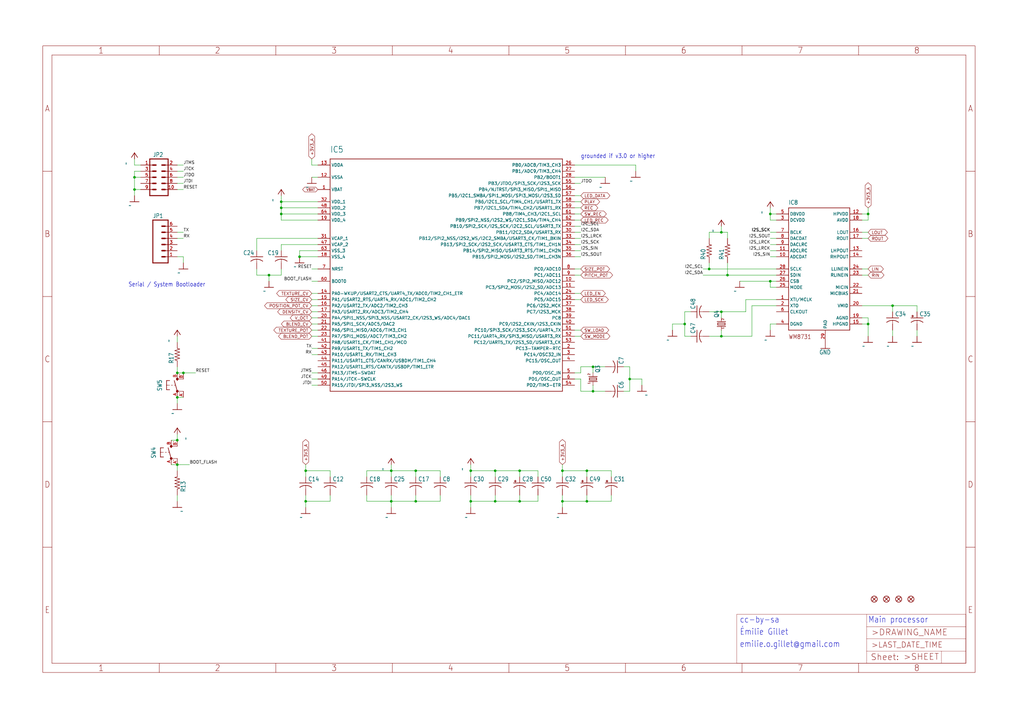
<source format=kicad_sch>
(kicad_sch (version 20211123) (generator eeschema)
  (paper "User" 425.45 299.161)
  (lib_symbols
    (symbol "clouds-eagle-import:+3V3" (power)
      (property "Value" "+3V3" (at -2.54 -5.08 90))
      (symbol "+3V3_1_0"
        (pin power_in line (at 0 -2.54 90) (length 2.54) (name "+3V3") (number "1"))
      )
    )
    (symbol "clouds-eagle-import:A3L-LOC"
      (symbol "A3L-LOC_1_0"
        (text "1" (at 24.2094 1.905 0) (effects (font (size 2.54 2.286))))
        (text "1" (at 24.2094 258.445 0) (effects (font (size 2.54 2.286))))
        (text "2" (at 72.6281 1.905 0) (effects (font (size 2.54 2.286))))
        (text "2" (at 72.6281 258.445 0) (effects (font (size 2.54 2.286))))
        (text "3" (at 121.0469 1.905 0) (effects (font (size 2.54 2.286))))
        (text "3" (at 121.0469 258.445 0) (effects (font (size 2.54 2.286))))
        (text "4" (at 169.4656 1.905 0) (effects (font (size 2.54 2.286))))
        (text "4" (at 169.4656 258.445 0) (effects (font (size 2.54 2.286))))
        (text "5" (at 217.8844 1.905 0) (effects (font (size 2.54 2.286))))
        (text "5" (at 217.8844 258.445 0) (effects (font (size 2.54 2.286))))
        (text "6" (at 266.3031 1.905 0) (effects (font (size 2.54 2.286))))
        (text "6" (at 266.3031 258.445 0) (effects (font (size 2.54 2.286))))
        (text "7" (at 314.7219 1.905 0) (effects (font (size 2.54 2.286))))
        (text "7" (at 314.7219 258.445 0) (effects (font (size 2.54 2.286))))
        (text "8" (at 363.1406 1.905 0) (effects (font (size 2.54 2.286))))
        (text "8" (at 363.1406 258.445 0) (effects (font (size 2.54 2.286))))
        (text ">DRAWING_NAME" (at 344.17 15.24 0) (effects (font (size 2.54 2.54)) (justify left bottom)))
        (text ">LAST_DATE_TIME" (at 344.17 10.16 0) (effects (font (size 2.286 2.286)) (justify left bottom)))
        (text ">SHEET" (at 357.505 5.08 0) (effects (font (size 2.54 2.54)) (justify left bottom)))
        (text "A" (at 1.905 234.315 0) (effects (font (size 2.54 2.286))))
        (text "A" (at 385.445 234.315 0) (effects (font (size 2.54 2.286))))
        (text "B" (at 1.905 182.245 0) (effects (font (size 2.54 2.286))))
        (text "B" (at 385.445 182.245 0) (effects (font (size 2.54 2.286))))
        (text "C" (at 1.905 130.175 0) (effects (font (size 2.54 2.286))))
        (text "C" (at 385.445 130.175 0) (effects (font (size 2.54 2.286))))
        (text "D" (at 1.905 78.105 0) (effects (font (size 2.54 2.286))))
        (text "D" (at 385.445 78.105 0) (effects (font (size 2.54 2.286))))
        (text "E" (at 1.905 26.035 0) (effects (font (size 2.54 2.286))))
        (text "E" (at 385.445 26.035 0) (effects (font (size 2.54 2.286))))
        (text "Sheet:" (at 343.916 4.953 0) (effects (font (size 2.54 2.54)) (justify left bottom)))
      )
    )
    (symbol "clouds-eagle-import:C-USC0603"
      (property "Reference" "C" (at 1.016 0.635 0))
      (property "Value" "C-USC0603" (at 1.016 -4.191 0))
      (symbol "C-USC0603_1_0"
        (pin passive line (at 0 2.54 270) (length 2.54) (name "1") (number "1"))
        (pin passive line (at 0 -5.08 90) (length 2.54) (name "2") (number "2"))
      )
    )
    (symbol "clouds-eagle-import:C-USC0805"
      (property "Reference" "C" (at 1.016 0.635 0))
      (property "Value" "C-USC0805" (at 1.016 -4.191 0))
      (symbol "C-USC0805_1_0"
        (pin passive line (at 0 2.54 270) (length 2.54) (name "1") (number "1"))
        (pin passive line (at 0 -5.08 90) (length 2.54) (name "2") (number "2"))
      )
    )
    (symbol "clouds-eagle-import:CPOL-USA"
      (property "Reference" "C" (at 1.016 0.635 0))
      (property "Value" "CPOL-USA" (at 1.016 -4.191 0))
      (symbol "CPOL-USA_1_0"
        (pin passive line (at 0 2.54 270) (length 2.54) (name "+") (number "+"))
        (pin passive line (at 0 -5.08 90) (length 2.54) (name "-") (number "-"))
      )
    )
    (symbol "clouds-eagle-import:CPOL-USB"
      (property "Reference" "C" (at 1.016 0.635 0))
      (property "Value" "CPOL-USB" (at 1.016 -4.191 0))
      (symbol "CPOL-USB_1_0"
        (pin passive line (at 0 2.54 270) (length 2.54) (name "+") (number "+"))
        (pin passive line (at 0 -5.08 90) (length 2.54) (name "-") (number "-"))
      )
    )
    (symbol "clouds-eagle-import:CRYSTALHC49UP"
      (property "Reference" "Q" (at 2.54 1.016 0))
      (property "Value" "CRYSTALHC49UP" (at 2.54 -2.54 0))
      (symbol "CRYSTALHC49UP_1_0"
        (text "1" (at -2.159 -1.143 0) (effects (font (size 0.8636 0.734)) (justify left bottom)))
        (text "2" (at 1.524 -1.143 0) (effects (font (size 0.8636 0.734)) (justify left bottom)))
        (pin passive line (at -2.54 0 0) (length 0) (name "1") (number "1"))
        (pin passive line (at 2.54 0 180) (length 0) (name "2") (number "2"))
      )
    )
    (symbol "clouds-eagle-import:EVQQ2"
      (property "Value" "EVQQ2" (at -3.81 3.175 90))
      (symbol "EVQQ2_1_0"
        (pin passive line (at 0 -5.08 90) (length 2.54) (name "P") (number "A"))
        (pin passive line (at 2.54 -5.08 90) (length 2.54) (name "P1") (number "A'"))
        (pin passive line (at 0 5.08 270) (length 2.54) (name "S") (number "B"))
        (pin passive line (at 2.54 5.08 270) (length 2.54) (name "S1") (number "B'"))
      )
    )
    (symbol "clouds-eagle-import:FIDUCIAL1X2")
    (symbol "clouds-eagle-import:GND" (power)
      (property "Value" "GND" (at -2.54 -2.54 0))
      (symbol "GND_1_0"
        (pin power_in line (at 0 2.54 270) (length 2.54) (name "GND") (number "1"))
      )
    )
    (symbol "clouds-eagle-import:M05X2MINIJTAG"
      (property "Reference" "JP" (at -2.54 8.382 0))
      (property "Value" "M05X2MINIJTAG" (at -2.54 -10.16 0))
      (symbol "M05X2MINIJTAG_1_0"
        (pin passive line (at -7.62 5.08 0) (length 5.08) (name "1") (number "1"))
        (pin passive line (at 7.62 -5.08 180) (length 5.08) (name "10") (number "10"))
        (pin passive line (at 7.62 5.08 180) (length 5.08) (name "2") (number "2"))
        (pin passive line (at -7.62 2.54 0) (length 5.08) (name "3") (number "3"))
        (pin passive line (at 7.62 2.54 180) (length 5.08) (name "4") (number "4"))
        (pin passive line (at -7.62 0 0) (length 5.08) (name "5") (number "5"))
        (pin passive line (at 7.62 0 180) (length 5.08) (name "6") (number "6"))
        (pin passive line (at -7.62 -2.54 0) (length 5.08) (name "7") (number "7"))
        (pin passive line (at 7.62 -2.54 180) (length 5.08) (name "8") (number "8"))
        (pin passive line (at -7.62 -5.08 0) (length 5.08) (name "9") (number "9"))
      )
    )
    (symbol "clouds-eagle-import:M06SIP"
      (property "Reference" "JP" (at -5.08 10.922 0))
      (property "Value" "M06SIP" (at -5.08 -10.16 0))
      (symbol "M06SIP_1_0"
        (pin passive line (at 5.08 -5.08 180) (length 5.08) (name "1") (number "1"))
        (pin passive line (at 5.08 -2.54 180) (length 5.08) (name "2") (number "2"))
        (pin passive line (at 5.08 0 180) (length 5.08) (name "3") (number "3"))
        (pin passive line (at 5.08 2.54 180) (length 5.08) (name "4") (number "4"))
        (pin passive line (at 5.08 5.08 180) (length 5.08) (name "5") (number "5"))
        (pin passive line (at 5.08 7.62 180) (length 5.08) (name "6") (number "6"))
      )
    )
    (symbol "clouds-eagle-import:R-US_R0603"
      (property "Reference" "R" (at -3.81 1.4986 0))
      (property "Value" "R-US_R0603" (at -3.81 -3.302 0))
      (symbol "R-US_R0603_1_0"
        (pin passive line (at -5.08 0 0) (length 2.54) (name "1") (number "1"))
        (pin passive line (at 5.08 0 180) (length 2.54) (name "2") (number "2"))
      )
    )
    (symbol "clouds-eagle-import:STM32F20X"
      (property "Reference" "UC" (at -48.26 50.8 0))
      (property "Value" "STM32F20X" (at -48.26 -53.34 0))
      (symbol "STM32F20X_1_0"
        (pin power_in line (at -53.34 35.56 0) (length 5.08) (name "VBAT") (number "1"))
        (pin bidirectional line (at 53.34 -2.54 180) (length 5.08) (name "PC2/SPI2_MISO/ADC12") (number "10"))
        (pin bidirectional line (at 53.34 -5.08 180) (length 5.08) (name "PC3/SPI2_MOSI/I2S2_SD/ADC13") (number "11"))
        (pin power_in line (at -53.34 40.64 0) (length 5.08) (name "VSSA") (number "12"))
        (pin power_in line (at -53.34 45.72 0) (length 5.08) (name "VDDA") (number "13"))
        (pin bidirectional line (at -53.34 -7.62 0) (length 5.08) (name "PA0-WKUP/USART2_CTS/UART4_TX/ADC0/TIM2_CH1_ETR") (number "14"))
        (pin bidirectional line (at -53.34 -10.16 0) (length 5.08) (name "PA1/USART2_RTS/UART4_RX/ADC1/TIM2_CH2") (number "15"))
        (pin bidirectional line (at -53.34 -12.7 0) (length 5.08) (name "PA2/USART2_TX/ADC2/TIM2_CH3") (number "16"))
        (pin bidirectional line (at -53.34 -15.24 0) (length 5.08) (name "PA3/USART2_RX/ADC3/TIM2_CH4") (number "17"))
        (pin power_in line (at -53.34 7.62 0) (length 5.08) (name "VSS_4") (number "18"))
        (pin power_in line (at -53.34 22.86 0) (length 5.08) (name "VDD_4") (number "19"))
        (pin bidirectional line (at 53.34 -30.48 180) (length 5.08) (name "PC13-TAMPER-RTC") (number "2"))
        (pin bidirectional line (at -53.34 -17.78 0) (length 5.08) (name "PA4/SPI1_NSS/SPI3_NSS/USART2_CK/I2S3_WS/ADC4/DAC1") (number "20"))
        (pin bidirectional line (at -53.34 -20.32 0) (length 5.08) (name "PA5/SPI1_SCK/ADC5/DAC2") (number "21"))
        (pin bidirectional line (at -53.34 -22.86 0) (length 5.08) (name "PA6/SPI1_MISO/ADC6/TIM3_CH1") (number "22"))
        (pin bidirectional line (at -53.34 -25.4 0) (length 5.08) (name "PA7/SPI1_MOSI/ADC7/TIM3_CH2") (number "23"))
        (pin bidirectional line (at 53.34 -7.62 180) (length 5.08) (name "PC4/ADC14") (number "24"))
        (pin bidirectional line (at 53.34 -10.16 180) (length 5.08) (name "PC5/ADC15") (number "25"))
        (pin bidirectional line (at 53.34 45.72 180) (length 5.08) (name "PB0/ADC8/TIM3_CH3") (number "26"))
        (pin bidirectional line (at 53.34 43.18 180) (length 5.08) (name "PB1/ADC9/TIM3_CH4") (number "27"))
        (pin bidirectional line (at 53.34 40.64 180) (length 5.08) (name "PB2/BOOT1") (number "28"))
        (pin bidirectional line (at 53.34 20.32 180) (length 5.08) (name "PB10/SPI2_SCK/I2S_SCK/I2C2_SCL/USART3_TX") (number "29"))
        (pin bidirectional line (at 53.34 -33.02 180) (length 5.08) (name "PC14/OSC32_IN") (number "3"))
        (pin bidirectional line (at 53.34 17.78 180) (length 5.08) (name "PB11/I2C2_SDA/USART3_RX") (number "30"))
        (pin power_in line (at -53.34 15.24 0) (length 5.08) (name "VCAP_1") (number "31"))
        (pin power_in line (at -53.34 30.48 0) (length 5.08) (name "VDD_1") (number "32"))
        (pin bidirectional line (at 53.34 15.24 180) (length 5.08) (name "PB12/SPI2_NSS/I2S2_WS/I2C2_SMBA/USART3_CK/TIM1_BKIN") (number "33"))
        (pin bidirectional line (at 53.34 12.7 180) (length 5.08) (name "PB13/SPI2_SCK/I2S2_SCK/USART3_CTS/TIM1_CH1N") (number "34"))
        (pin bidirectional line (at 53.34 10.16 180) (length 5.08) (name "PB14/SPI2_MISO/USART3_RTS/TIM1_CH2N") (number "35"))
        (pin bidirectional line (at 53.34 7.62 180) (length 5.08) (name "PB15/SPI2_MOSI/I2S2_SD/TIM1_CH3N") (number "36"))
        (pin bidirectional line (at 53.34 -12.7 180) (length 5.08) (name "PC6/I2S2_MCK") (number "37"))
        (pin bidirectional line (at 53.34 -15.24 180) (length 5.08) (name "PC7/I2S3_MCK") (number "38"))
        (pin bidirectional line (at 53.34 -17.78 180) (length 5.08) (name "PC8") (number "39"))
        (pin bidirectional line (at 53.34 -35.56 180) (length 5.08) (name "PC15/OSC_OUT") (number "4"))
        (pin bidirectional line (at 53.34 -20.32 180) (length 5.08) (name "PC9/I2S2_CKIN/I2S3_CKIN") (number "40"))
        (pin bidirectional line (at -53.34 -27.94 0) (length 5.08) (name "PA8/USART1_CK/TIM1_CH1/MCO") (number "41"))
        (pin bidirectional line (at -53.34 -30.48 0) (length 5.08) (name "PA9/USART1_TX/TIM1_CH2") (number "42"))
        (pin bidirectional line (at -53.34 -33.02 0) (length 5.08) (name "PA10/USART1_RX/TIM1_CH3") (number "43"))
        (pin bidirectional line (at -53.34 -35.56 0) (length 5.08) (name "PA11/USART1_CTS/CANRX/USBDM/TIM1_CH4") (number "44"))
        (pin bidirectional line (at -53.34 -38.1 0) (length 5.08) (name "PA12/USART1_RTS/CANTX/USBDP/TIM1_ETR") (number "45"))
        (pin bidirectional line (at -53.34 -40.64 0) (length 5.08) (name "PA13/JTMS-SWDAT") (number "46"))
        (pin power_in line (at -53.34 12.7 0) (length 5.08) (name "VCAP_2") (number "47"))
        (pin power_in line (at -53.34 27.94 0) (length 5.08) (name "VDD_2") (number "48"))
        (pin bidirectional line (at -53.34 -43.18 0) (length 5.08) (name "PA14/JTCK-SWCLK") (number "49"))
        (pin bidirectional line (at 53.34 -40.64 180) (length 5.08) (name "PD0/OSC_IN") (number "5"))
        (pin bidirectional line (at -53.34 -45.72 0) (length 5.08) (name "PA15/JTDI/SPI3_NSS/I2S3_WS") (number "50"))
        (pin bidirectional line (at 53.34 -22.86 180) (length 5.08) (name "PC10/SPI3_SCK/I2S3_SCK/UART4_TX") (number "51"))
        (pin bidirectional line (at 53.34 -25.4 180) (length 5.08) (name "PC11/UART4_RX/SPI3_MISO/USART3_RX") (number "52"))
        (pin bidirectional line (at 53.34 -27.94 180) (length 5.08) (name "PC12/UART5_TX/I2S3_SD/USART3_CK") (number "53"))
        (pin bidirectional line (at 53.34 -45.72 180) (length 5.08) (name "PD2/TIM3-ETR") (number "54"))
        (pin bidirectional line (at 53.34 38.1 180) (length 5.08) (name "PB3/JTDO/SPI3_SCK/I2S3_SCK") (number "55"))
        (pin bidirectional line (at 53.34 35.56 180) (length 5.08) (name "PB4/NJTRST/SPI3_MISO/SPI1_MISO") (number "56"))
        (pin bidirectional line (at 53.34 33.02 180) (length 5.08) (name "PB5/I2C1_SMBA/SPI1_MOSI/SPI3_MOSI/I2S3_SD") (number "57"))
        (pin bidirectional line (at 53.34 30.48 180) (length 5.08) (name "PB6/I2C1_SCL/TIM4_CH1/USART1_TX") (number "58"))
        (pin bidirectional line (at 53.34 27.94 180) (length 5.08) (name "PB7/I2C1_SDA/TIM4_CH2/USART1_RX") (number "59"))
        (pin bidirectional line (at 53.34 -43.18 180) (length 5.08) (name "PD1/OSC_OUT") (number "6"))
        (pin bidirectional line (at -53.34 -2.54 0) (length 5.08) (name "BOOT0") (number "60"))
        (pin bidirectional line (at 53.34 25.4 180) (length 5.08) (name "PB8/TIM4_CH3/I2C1_SCL") (number "61"))
        (pin bidirectional line (at 53.34 22.86 180) (length 5.08) (name "PB9/SPI2_NSS/I2S2_WS/I2C1_SDA/TIM4_CH4") (number "62"))
        (pin power_in line (at -53.34 10.16 0) (length 5.08) (name "VSS_3") (number "63"))
        (pin power_in line (at -53.34 25.4 0) (length 5.08) (name "VDD_3") (number "64"))
        (pin bidirectional line (at -53.34 2.54 0) (length 5.08) (name "NRST") (number "7"))
        (pin bidirectional line (at 53.34 2.54 180) (length 5.08) (name "PC0/ADC10") (number "8"))
        (pin bidirectional line (at 53.34 0 180) (length 5.08) (name "PC1/ADC11") (number "9"))
      )
    )
    (symbol "clouds-eagle-import:WM8731"
      (property "Reference" "IC8" (at -12.7 26.67 0))
      (symbol "WM8731_1_0"
        (text "WM8731" (at -12.7 -29.21 0) (effects (font (size 1.778 1.5113)) (justify left bottom)))
        (pin bidirectional line (at -17.78 -12.7 0) (length 5.08) (name "XTI/MCLK") (number "1"))
        (pin bidirectional line (at -17.78 5.08 0) (length 5.08) (name "ADCDAT") (number "10"))
        (pin bidirectional line (at -17.78 7.62 0) (length 5.08) (name "ADCLRC") (number "11"))
        (pin bidirectional line (at 17.78 22.86 180) (length 5.08) (name "HPVDD") (number "12"))
        (pin bidirectional line (at 17.78 7.62 180) (length 5.08) (name "LHPOUT") (number "13"))
        (pin bidirectional line (at 17.78 5.08 180) (length 5.08) (name "RHPOUT") (number "14"))
        (pin bidirectional line (at 17.78 -22.86 180) (length 5.08) (name "HPGND") (number "15"))
        (pin bidirectional line (at 17.78 15.24 180) (length 5.08) (name "LOUT") (number "16"))
        (pin bidirectional line (at 17.78 12.7 180) (length 5.08) (name "ROUT") (number "17"))
        (pin bidirectional line (at 17.78 20.32 180) (length 5.08) (name "AVDD") (number "18"))
        (pin bidirectional line (at 17.78 -20.32 180) (length 5.08) (name "AGND") (number "19"))
        (pin bidirectional line (at -17.78 -15.24 0) (length 5.08) (name "XTO") (number "2"))
        (pin bidirectional line (at 17.78 -15.24 180) (length 5.08) (name "VMID") (number "20"))
        (pin bidirectional line (at 17.78 -10.16 180) (length 5.08) (name "MICBIAS") (number "21"))
        (pin bidirectional line (at 17.78 -7.62 180) (length 5.08) (name "MICIN") (number "22"))
        (pin bidirectional line (at 17.78 -2.54 180) (length 5.08) (name "RLINEIN") (number "23"))
        (pin bidirectional line (at 17.78 0 180) (length 5.08) (name "LLINEIN") (number "24"))
        (pin bidirectional line (at -17.78 -7.62 0) (length 5.08) (name "MODE") (number "25"))
        (pin bidirectional line (at -17.78 -5.08 0) (length 5.08) (name "CSB") (number "26"))
        (pin bidirectional line (at -17.78 -2.54 0) (length 5.08) (name "SDIN") (number "27"))
        (pin bidirectional line (at -17.78 0 0) (length 5.08) (name "SCLK") (number "28"))
        (pin bidirectional line (at 2.54 -30.48 90) (length 5.08) (name "PAD") (number "29"))
        (pin bidirectional line (at -17.78 20.32 0) (length 5.08) (name "DCVDD") (number "3"))
        (pin bidirectional line (at -17.78 -22.86 0) (length 5.08) (name "DGND") (number "4"))
        (pin bidirectional line (at -17.78 22.86 0) (length 5.08) (name "DBVDD") (number "5"))
        (pin bidirectional line (at -17.78 -17.78 0) (length 5.08) (name "CLKOUT") (number "6"))
        (pin bidirectional line (at -17.78 15.24 0) (length 5.08) (name "BCLK") (number "7"))
        (pin bidirectional line (at -17.78 12.7 0) (length 5.08) (name "DACDAT") (number "8"))
        (pin bidirectional line (at -17.78 10.16 0) (length 5.08) (name "DACLRC") (number "9"))
      )
    )
  )
  (junction (at 76.2 154.94))
  (junction (at 55.88 73.66))
  (junction (at 73.66 154.94))
  (junction (at 172.72 195.58))
  (junction (at 195.58 195.58))
  (junction (at 205.74 195.58))
  (junction (at 116.84 88.9))
  (junction (at 320.04 116.84))
  (junction (at 127 195.58))
  (junction (at 261.62 157.48))
  (junction (at 233.68 195.58))
  (junction (at 205.74 208.28))
  (junction (at 215.9 208.28))
  (junction (at 299.72 139.7))
  (junction (at 116.84 83.82))
  (junction (at 360.68 134.62))
  (junction (at 195.58 208.28))
  (junction (at 127 208.28))
  (junction (at 370.84 127))
  (junction (at 162.56 195.58))
  (junction (at 320.04 88.9))
  (junction (at 116.84 86.36))
  (junction (at 215.9 195.58))
  (junction (at 172.72 208.28))
  (junction (at 246.38 152.4))
  (junction (at 73.66 182.88))
  (junction (at 243.84 195.58))
  (junction (at 111.76 114.3))
  (junction (at 73.66 193.04))
  (junction (at 162.56 208.28))
  (junction (at 55.88 78.74))
  (junction (at 243.84 208.28))
  (junction (at 73.66 165.1))
  (junction (at 246.38 162.56))
  (junction (at 294.64 111.76))
  (junction (at 299.72 96.52))
  (junction (at 124.46 106.68))
  (junction (at 360.68 88.9))
  (junction (at 233.68 208.28))
  (junction (at 284.48 134.62))
  (junction (at 302.26 114.3))
  (junction (at 299.72 129.54))
  (wire (pts (xy 73.66 71.12) (xy 76.2 71.12)))
  (wire (pts (xy 205.74 198.12) (xy 205.74 195.58)))
  (wire (pts (xy 132.08 157.48) (xy 129.54 157.48)))
  (wire (pts (xy 132.08 73.66) (xy 129.54 73.66)))
  (wire (pts (xy 238.76 154.94) (xy 241.3 154.94)))
  (wire (pts (xy 358.14 132.08) (xy 360.68 132.08)))
  (wire (pts (xy 241.3 157.48) (xy 238.76 157.48)))
  (wire (pts (xy 106.68 104.14) (xy 106.68 99.06)))
  (wire (pts (xy 322.58 88.9) (xy 320.04 88.9)))
  (wire (pts (xy 172.72 195.58) (xy 182.88 195.58)))
  (wire (pts (xy 358.14 96.52) (xy 360.68 96.52)))
  (wire (pts (xy 73.66 99.06) (xy 76.2 99.06)))
  (wire (pts (xy 360.68 132.08) (xy 360.68 134.62)))
  (wire (pts (xy 238.76 93.98) (xy 241.3 93.98)))
  (wire (pts (xy 137.16 208.28) (xy 137.16 205.74)))
  (wire (pts (xy 73.66 195.58) (xy 73.66 193.04)))
  (wire (pts (xy 162.56 210.82) (xy 162.56 208.28)))
  (wire (pts (xy 294.64 111.76) (xy 322.58 111.76)))
  (wire (pts (xy 73.66 165.1) (xy 76.2 165.1)))
  (wire (pts (xy 132.08 106.68) (xy 124.46 106.68)))
  (wire (pts (xy 243.84 195.58) (xy 243.84 198.12)))
  (wire (pts (xy 360.68 88.9) (xy 360.68 86.36)))
  (wire (pts (xy 73.66 165.1) (xy 73.66 167.64)))
  (wire (pts (xy 233.68 195.58) (xy 233.68 193.04)))
  (wire (pts (xy 116.84 83.82) (xy 116.84 81.28)))
  (wire (pts (xy 254 195.58) (xy 254 198.12)))
  (wire (pts (xy 132.08 134.62) (xy 129.54 134.62)))
  (wire (pts (xy 215.9 195.58) (xy 223.52 195.58)))
  (wire (pts (xy 358.14 99.06) (xy 360.68 99.06)))
  (wire (pts (xy 182.88 195.58) (xy 182.88 198.12)))
  (wire (pts (xy 71.12 193.04) (xy 73.66 193.04)))
  (wire (pts (xy 320.04 116.84) (xy 307.34 116.84)))
  (wire (pts (xy 132.08 127) (xy 129.54 127)))
  (wire (pts (xy 299.72 96.52) (xy 294.64 96.52)))
  (wire (pts (xy 322.58 91.44) (xy 320.04 91.44)))
  (wire (pts (xy 152.4 195.58) (xy 162.56 195.58)))
  (wire (pts (xy 116.84 104.14) (xy 116.84 101.6)))
  (wire (pts (xy 261.62 162.56) (xy 259.08 162.56)))
  (wire (pts (xy 284.48 134.62) (xy 284.48 139.7)))
  (wire (pts (xy 132.08 124.46) (xy 129.54 124.46)))
  (wire (pts (xy 132.08 68.58) (xy 129.54 68.58)))
  (wire (pts (xy 132.08 160.02) (xy 129.54 160.02)))
  (wire (pts (xy 238.76 73.66) (xy 251.46 73.66)))
  (wire (pts (xy 129.54 68.58) (xy 129.54 66.04)))
  (wire (pts (xy 233.68 208.28) (xy 243.84 208.28)))
  (wire (pts (xy 360.68 134.62) (xy 360.68 139.7)))
  (wire (pts (xy 127 208.28) (xy 137.16 208.28)))
  (wire (pts (xy 55.88 78.74) (xy 55.88 81.28)))
  (wire (pts (xy 223.52 195.58) (xy 223.52 198.12)))
  (wire (pts (xy 309.88 124.46) (xy 322.58 124.46)))
  (wire (pts (xy 294.64 129.54) (xy 299.72 129.54)))
  (wire (pts (xy 127 205.74) (xy 127 208.28)))
  (wire (pts (xy 370.84 137.16) (xy 370.84 139.7)))
  (wire (pts (xy 381 127) (xy 381 129.54)))
  (wire (pts (xy 322.58 134.62) (xy 320.04 134.62)))
  (wire (pts (xy 241.3 154.94) (xy 241.3 152.4)))
  (wire (pts (xy 381 137.16) (xy 381 139.7)))
  (wire (pts (xy 182.88 208.28) (xy 182.88 205.74)))
  (wire (pts (xy 73.66 152.4) (xy 73.66 154.94)))
  (wire (pts (xy 116.84 86.36) (xy 132.08 86.36)))
  (wire (pts (xy 172.72 195.58) (xy 172.72 198.12)))
  (wire (pts (xy 73.66 205.74) (xy 73.66 208.28)))
  (wire (pts (xy 172.72 208.28) (xy 182.88 208.28)))
  (wire (pts (xy 76.2 106.68) (xy 76.2 109.22)))
  (wire (pts (xy 259.08 152.4) (xy 261.62 152.4)))
  (wire (pts (xy 238.76 96.52) (xy 241.3 96.52)))
  (wire (pts (xy 302.26 96.52) (xy 299.72 96.52)))
  (wire (pts (xy 116.84 86.36) (xy 116.84 88.9)))
  (wire (pts (xy 287.02 129.54) (xy 284.48 129.54)))
  (wire (pts (xy 309.88 129.54) (xy 309.88 124.46)))
  (wire (pts (xy 127 193.04) (xy 127 195.58)))
  (wire (pts (xy 243.84 195.58) (xy 254 195.58)))
  (wire (pts (xy 73.66 139.7) (xy 73.66 142.24)))
  (wire (pts (xy 132.08 132.08) (xy 129.54 132.08)))
  (wire (pts (xy 195.58 208.28) (xy 205.74 208.28)))
  (wire (pts (xy 322.58 116.84) (xy 320.04 116.84)))
  (wire (pts (xy 116.84 111.76) (xy 116.84 114.3)))
  (wire (pts (xy 284.48 129.54) (xy 284.48 134.62)))
  (wire (pts (xy 322.58 114.3) (xy 302.26 114.3)))
  (wire (pts (xy 238.76 124.46) (xy 241.3 124.46)))
  (wire (pts (xy 302.26 99.06) (xy 302.26 96.52)))
  (wire (pts (xy 132.08 154.94) (xy 129.54 154.94)))
  (wire (pts (xy 132.08 144.78) (xy 129.54 144.78)))
  (wire (pts (xy 106.68 114.3) (xy 111.76 114.3)))
  (wire (pts (xy 205.74 208.28) (xy 205.74 205.74)))
  (wire (pts (xy 152.4 208.28) (xy 162.56 208.28)))
  (wire (pts (xy 358.14 111.76) (xy 360.68 111.76)))
  (wire (pts (xy 238.76 114.3) (xy 241.3 114.3)))
  (wire (pts (xy 243.84 208.28) (xy 243.84 205.74)))
  (wire (pts (xy 320.04 88.9) (xy 320.04 86.36)))
  (wire (pts (xy 195.58 195.58) (xy 195.58 198.12)))
  (wire (pts (xy 233.68 195.58) (xy 243.84 195.58)))
  (wire (pts (xy 58.42 71.12) (xy 55.88 71.12)))
  (wire (pts (xy 312.42 139.7) (xy 312.42 127)))
  (wire (pts (xy 320.04 99.06) (xy 322.58 99.06)))
  (wire (pts (xy 254 208.28) (xy 254 205.74)))
  (wire (pts (xy 116.84 83.82) (xy 116.84 86.36)))
  (wire (pts (xy 238.76 101.6) (xy 241.3 101.6)))
  (wire (pts (xy 312.42 127) (xy 322.58 127)))
  (wire (pts (xy 238.76 81.28) (xy 241.3 81.28)))
  (wire (pts (xy 233.68 198.12) (xy 233.68 195.58)))
  (wire (pts (xy 111.76 116.84) (xy 111.76 114.3)))
  (wire (pts (xy 73.66 68.58) (xy 76.2 68.58)))
  (wire (pts (xy 132.08 83.82) (xy 116.84 83.82)))
  (wire (pts (xy 132.08 137.16) (xy 129.54 137.16)))
  (wire (pts (xy 284.48 139.7) (xy 287.02 139.7)))
  (wire (pts (xy 71.12 182.88) (xy 73.66 182.88)))
  (wire (pts (xy 241.3 162.56) (xy 241.3 157.48)))
  (wire (pts (xy 320.04 116.84) (xy 320.04 119.38)))
  (wire (pts (xy 205.74 195.58) (xy 215.9 195.58)))
  (wire (pts (xy 320.04 134.62) (xy 320.04 137.16)))
  (wire (pts (xy 55.88 68.58) (xy 55.88 66.04)))
  (wire (pts (xy 152.4 205.74) (xy 152.4 208.28)))
  (wire (pts (xy 243.84 208.28) (xy 254 208.28)))
  (wire (pts (xy 238.76 86.36) (xy 241.3 86.36)))
  (wire (pts (xy 124.46 104.14) (xy 124.46 106.68)))
  (wire (pts (xy 132.08 139.7) (xy 129.54 139.7)))
  (wire (pts (xy 233.68 208.28) (xy 233.68 210.82)))
  (wire (pts (xy 320.04 101.6) (xy 322.58 101.6)))
  (wire (pts (xy 58.42 68.58) (xy 55.88 68.58)))
  (wire (pts (xy 205.74 208.28) (xy 215.9 208.28)))
  (wire (pts (xy 238.76 137.16) (xy 241.3 137.16)))
  (wire (pts (xy 320.04 104.14) (xy 322.58 104.14)))
  (wire (pts (xy 294.64 109.22) (xy 294.64 111.76)))
  (wire (pts (xy 172.72 208.28) (xy 172.72 205.74)))
  (wire (pts (xy 195.58 195.58) (xy 205.74 195.58)))
  (wire (pts (xy 238.76 88.9) (xy 241.3 88.9)))
  (wire (pts (xy 162.56 195.58) (xy 162.56 193.04)))
  (wire (pts (xy 279.4 134.62) (xy 279.4 137.16)))
  (wire (pts (xy 73.66 154.94) (xy 76.2 154.94)))
  (wire (pts (xy 251.46 162.56) (xy 246.38 162.56)))
  (wire (pts (xy 299.72 96.52) (xy 299.72 93.98)))
  (wire (pts (xy 261.62 157.48) (xy 266.7 157.48)))
  (wire (pts (xy 284.48 134.62) (xy 279.4 134.62)))
  (wire (pts (xy 73.66 78.74) (xy 76.2 78.74)))
  (wire (pts (xy 215.9 195.58) (xy 215.9 198.12)))
  (wire (pts (xy 370.84 127) (xy 370.84 129.54)))
  (wire (pts (xy 116.84 91.44) (xy 132.08 91.44)))
  (wire (pts (xy 73.66 180.34) (xy 73.66 182.88)))
  (wire (pts (xy 127 195.58) (xy 137.16 195.58)))
  (wire (pts (xy 116.84 88.9) (xy 116.84 91.44)))
  (wire (pts (xy 106.68 99.06) (xy 132.08 99.06)))
  (wire (pts (xy 215.9 208.28) (xy 215.9 205.74)))
  (wire (pts (xy 358.14 127) (xy 370.84 127)))
  (wire (pts (xy 238.76 106.68) (xy 241.3 106.68)))
  (wire (pts (xy 58.42 78.74) (xy 55.88 78.74)))
  (wire (pts (xy 73.66 76.2) (xy 76.2 76.2)))
  (wire (pts (xy 58.42 73.66) (xy 55.88 73.66)))
  (wire (pts (xy 233.68 205.74) (xy 233.68 208.28)))
  (wire (pts (xy 246.38 162.56) (xy 241.3 162.56)))
  (wire (pts (xy 261.62 152.4) (xy 261.62 157.48)))
  (wire (pts (xy 106.68 111.76) (xy 106.68 114.3)))
  (wire (pts (xy 116.84 88.9) (xy 132.08 88.9)))
  (wire (pts (xy 302.26 109.22) (xy 302.26 114.3)))
  (wire (pts (xy 238.76 68.58) (xy 264.16 68.58)))
  (wire (pts (xy 299.72 129.54) (xy 299.72 132.08)))
  (wire (pts (xy 238.76 139.7) (xy 241.3 139.7)))
  (wire (pts (xy 264.16 68.58) (xy 264.16 71.12)))
  (wire (pts (xy 266.7 157.48) (xy 266.7 160.02)))
  (wire (pts (xy 116.84 101.6) (xy 132.08 101.6)))
  (wire (pts (xy 132.08 147.32) (xy 129.54 147.32)))
  (wire (pts (xy 246.38 162.56) (xy 246.38 160.02)))
  (wire (pts (xy 129.54 129.54) (xy 132.08 129.54)))
  (wire (pts (xy 360.68 91.44) (xy 360.68 88.9)))
  (wire (pts (xy 195.58 208.28) (xy 195.58 210.82)))
  (wire (pts (xy 223.52 208.28) (xy 223.52 205.74)))
  (wire (pts (xy 111.76 114.3) (xy 116.84 114.3)))
  (wire (pts (xy 294.64 139.7) (xy 299.72 139.7)))
  (wire (pts (xy 195.58 193.04) (xy 195.58 195.58)))
  (wire (pts (xy 162.56 195.58) (xy 172.72 195.58)))
  (wire (pts (xy 370.84 127) (xy 381 127)))
  (wire (pts (xy 358.14 114.3) (xy 360.68 114.3)))
  (wire (pts (xy 55.88 73.66) (xy 55.88 78.74)))
  (wire (pts (xy 132.08 116.84) (xy 129.54 116.84)))
  (wire (pts (xy 292.1 111.76) (xy 294.64 111.76)))
  (wire (pts (xy 241.3 152.4) (xy 246.38 152.4)))
  (wire (pts (xy 152.4 198.12) (xy 152.4 195.58)))
  (wire (pts (xy 162.56 198.12) (xy 162.56 195.58)))
  (wire (pts (xy 246.38 152.4) (xy 246.38 154.94)))
  (wire (pts (xy 358.14 134.62) (xy 360.68 134.62)))
  (wire (pts (xy 299.72 129.54) (xy 309.88 129.54)))
  (wire (pts (xy 322.58 96.52) (xy 320.04 96.52)))
  (wire (pts (xy 238.76 104.14) (xy 241.3 104.14)))
  (wire (pts (xy 195.58 205.74) (xy 195.58 208.28)))
  (wire (pts (xy 299.72 139.7) (xy 312.42 139.7)))
  (wire (pts (xy 127 195.58) (xy 127 198.12)))
  (wire (pts (xy 73.66 193.04) (xy 78.74 193.04)))
  (wire (pts (xy 73.66 96.52) (xy 76.2 96.52)))
  (wire (pts (xy 73.66 106.68) (xy 76.2 106.68)))
  (wire (pts (xy 137.16 195.58) (xy 137.16 198.12)))
  (wire (pts (xy 251.46 152.4) (xy 246.38 152.4)))
  (wire (pts (xy 238.76 121.92) (xy 241.3 121.92)))
  (wire (pts (xy 215.9 208.28) (xy 223.52 208.28)))
  (wire (pts (xy 238.76 111.76) (xy 241.3 111.76)))
  (wire (pts (xy 238.76 99.06) (xy 241.3 99.06)))
  (wire (pts (xy 294.64 99.06) (xy 294.64 96.52)))
  (wire (pts (xy 76.2 154.94) (xy 81.28 154.94)))
  (wire (pts (xy 320.04 106.68) (xy 322.58 106.68)))
  (wire (pts (xy 299.72 139.7) (xy 299.72 137.16)))
  (wire (pts (xy 162.56 208.28) (xy 172.72 208.28)))
  (wire (pts (xy 127 208.28) (xy 127 210.82)))
  (wire (pts (xy 238.76 76.2) (xy 241.3 76.2)))
  (wire (pts (xy 238.76 91.44) (xy 241.3 91.44)))
  (wire (pts (xy 162.56 205.74) (xy 162.56 208.28)))
  (wire (pts (xy 132.08 111.76) (xy 129.54 111.76)))
  (wire (pts (xy 320.04 91.44) (xy 320.04 88.9)))
  (wire (pts (xy 261.62 157.48) (xy 261.62 162.56)))
  (wire (pts (xy 132.08 121.92) (xy 129.54 121.92)))
  (wire (pts (xy 55.88 71.12) (xy 55.88 73.66)))
  (wire (pts (xy 320.04 119.38) (xy 322.58 119.38)))
  (wire (pts (xy 358.14 91.44) (xy 360.68 91.44)))
  (wire (pts (xy 238.76 83.82) (xy 241.3 83.82)))
  (wire (pts (xy 73.66 73.66) (xy 76.2 73.66)))
  (wire (pts (xy 358.14 88.9) (xy 360.68 88.9)))
  (wire (pts (xy 132.08 104.14) (xy 124.46 104.14)))
  (wire (pts (xy 302.26 114.3) (xy 292.1 114.3)))
  (text "Serial / System Bootloader" (at 53.34 119.38 180) (effects (font (size 1.778 1.5113)) (justify left bottom)))
  (text "Main processor" (at 360.68 259.08 180) (effects (font (size 2.54 2.159)) (justify left bottom)))
  (text "emilie.o.gillet@gmail.com" (at 307.34 269.24 180) (effects (font (size 2.54 2.159)) (justify left bottom)))
  (text "grounded if v3.0 or higher" (at 241.3 66.04 180) (effects (font (size 1.778 1.5113)) (justify left bottom)))
  (text "Émilie Gillet" (at 307.34 264.16 180) (effects (font (size 2.54 2.159)) (justify left bottom)))
  (text "cc-by-sa" (at 307.34 259.08 180) (effects (font (size 2.54 2.159)) (justify left bottom)))
  (label "JTMS" (at 76.2 68.58 0) (effects (font (size 1.2446 1.2446))))
  (label "I2C_SDA" (at 292.1 114.3 180) (effects (font (size 1.2446 1.2446))))
  (label "RX" (at 76.2 99.06 0) (effects (font (size 1.2446 1.2446))))
  (label "RESET" (at 76.2 78.74 0) (effects (font (size 1.2446 1.2446))))
  (label "JTDI" (at 76.2 76.2 0) (effects (font (size 1.2446 1.2446))))
  (label "I2C_SCL" (at 292.1 111.76 180) (effects (font (size 1.2446 1.2446))))
  (label "TX" (at 76.2 96.52 0) (effects (font (size 1.2446 1.2446))))
  (label "I2S_LRCK" (at 320.04 101.6 180) (effects (font (size 1.2446 1.2446))))
  (label "JTMS" (at 129.54 154.94 180) (effects (font (size 1.2446 1.2446))))
  (label "I2S_SOUT" (at 320.04 99.06 180) (effects (font (size 1.2446 1.2446))))
  (label "I2C_SDA" (at 241.3 96.52 0) (effects (font (size 1.2446 1.2446))))
  (label "RX" (at 129.54 147.32 180) (effects (font (size 1.2446 1.2446))))
  (label "RESET" (at 129.54 111.76 180) (effects (font (size 1.2446 1.2446))))
  (label "I2S_SIN" (at 320.04 106.68 180) (effects (font (size 1.2446 1.2446))))
  (label "I2S_SCK" (at 320.04 96.52 180) (effects (font (size 1.2446 1.2446))))
  (label "RESET" (at 81.28 154.94 0) (effects (font (size 1.2446 1.2446))))
  (label "JTDI" (at 129.54 160.02 180) (effects (font (size 1.2446 1.2446))))
  (label "I2S_SIN" (at 241.3 104.14 0) (effects (font (size 1.2446 1.2446))))
  (label "I2S_LRCK" (at 241.3 99.06 0) (effects (font (size 1.2446 1.2446))))
  (label "JTDO" (at 76.2 73.66 0) (effects (font (size 1.2446 1.2446))))
  (label "JTCK" (at 129.54 157.48 180) (effects (font (size 1.2446 1.2446))))
  (label "I2S_SCK" (at 241.3 101.6 0) (effects (font (size 1.2446 1.2446))))
  (label "I2S_SCK" (at 320.04 96.52 180) (effects (font (size 1.2446 1.2446))))
  (label "JTCK" (at 76.2 71.12 0) (effects (font (size 1.2446 1.2446))))
  (label "JTDO" (at 241.3 76.2 0) (effects (font (size 1.2446 1.2446))))
  (label "BOOT_FLASH" (at 78.74 193.04 0) (effects (font (size 1.2446 1.2446))))
  (label "I2S_SOUT" (at 241.3 106.68 0) (effects (font (size 1.2446 1.2446))))
  (label "TX" (at 129.54 144.78 180) (effects (font (size 1.2446 1.2446))))
  (label "I2S_LRCK" (at 320.04 104.14 180) (effects (font (size 1.2446 1.2446))))
  (label "I2C_SCL" (at 241.3 93.98 0) (effects (font (size 1.2446 1.2446))))
  (label "BOOT_FLASH" (at 129.54 116.84 180) (effects (font (size 1.2446 1.2446))))
  (global_label "VBAT" (shape bidirectional) (at 132.08 78.74 180) (effects (font (size 1.016 1.016))) (property "Intersheet References" "${INTERSHEET_REFS}" (effects hide)))
  (global_label "TEXTURE_POT" (shape bidirectional) (at 129.54 137.16 180) (effects (font (size 1.2446 1.2446))) (property "Intersheet References" "${INTERSHEET_REFS}" (effects hide)))
  (global_label "LIN" (shape bidirectional) (at 360.68 111.76 0) (effects (font (size 1.2446 1.2446))) (property "Intersheet References" "${INTERSHEET_REFS}" (effects hide)))
  (global_label "BLEND_CV" (shape bidirectional) (at 129.54 134.62 180) (effects (font (size 1.2446 1.2446))) (property "Intersheet References" "${INTERSHEET_REFS}" (effects hide)))
  (global_label "+3V3_A" (shape bidirectional) (at 360.68 86.36 90) (effects (font (size 1.2446 1.2446))) (property "Intersheet References" "${INTERSHEET_REFS}" (effects hide)))
  (global_label "+3V3_A" (shape bidirectional) (at 233.68 193.04 90) (effects (font (size 1.2446 1.2446))) (property "Intersheet References" "${INTERSHEET_REFS}" (effects hide)))
  (global_label "LOUT" (shape bidirectional) (at 360.68 96.52 0) (effects (font (size 1.2446 1.2446))) (property "Intersheet References" "${INTERSHEET_REFS}" (effects hide)))
  (global_label "BLEND_POT" (shape bidirectional) (at 129.54 139.7 180) (effects (font (size 1.2446 1.2446))) (property "Intersheet References" "${INTERSHEET_REFS}" (effects hide)))
  (global_label "POSITION_POT_CV" (shape bidirectional) (at 129.54 127 180) (effects (font (size 1.2446 1.2446))) (property "Intersheet References" "${INTERSHEET_REFS}" (effects hide)))
  (global_label "V_OCT" (shape bidirectional) (at 129.54 132.08 180) (effects (font (size 1.2446 1.2446))) (property "Intersheet References" "${INTERSHEET_REFS}" (effects hide)))
  (global_label "LED_REC" (shape bidirectional) (at 241.3 91.44 0) (effects (font (size 1.2446 1.2446))) (property "Intersheet References" "${INTERSHEET_REFS}" (effects hide)))
  (global_label "+3V3_A" (shape bidirectional) (at 127 193.04 90) (effects (font (size 1.2446 1.2446))) (property "Intersheet References" "${INTERSHEET_REFS}" (effects hide)))
  (global_label "REC" (shape bidirectional) (at 241.3 86.36 0) (effects (font (size 1.2446 1.2446))) (property "Intersheet References" "${INTERSHEET_REFS}" (effects hide)))
  (global_label "+3V3_A" (shape bidirectional) (at 129.54 66.04 90) (effects (font (size 1.2446 1.2446))) (property "Intersheet References" "${INTERSHEET_REFS}" (effects hide)))
  (global_label "TEXTURE_CV" (shape bidirectional) (at 129.54 121.92 180) (effects (font (size 1.2446 1.2446))) (property "Intersheet References" "${INTERSHEET_REFS}" (effects hide)))
  (global_label "SW_MODE" (shape bidirectional) (at 241.3 139.7 0) (effects (font (size 1.2446 1.2446))) (property "Intersheet References" "${INTERSHEET_REFS}" (effects hide)))
  (global_label "PLAY" (shape bidirectional) (at 241.3 83.82 0) (effects (font (size 1.2446 1.2446))) (property "Intersheet References" "${INTERSHEET_REFS}" (effects hide)))
  (global_label "ROUT" (shape bidirectional) (at 360.68 99.06 0) (effects (font (size 1.2446 1.2446))) (property "Intersheet References" "${INTERSHEET_REFS}" (effects hide)))
  (global_label "PITCH_POT" (shape bidirectional) (at 241.3 114.3 0) (effects (font (size 1.2446 1.2446))) (property "Intersheet References" "${INTERSHEET_REFS}" (effects hide)))
  (global_label "LED_SCK" (shape bidirectional) (at 241.3 124.46 0) (effects (font (size 1.2446 1.2446))) (property "Intersheet References" "${INTERSHEET_REFS}" (effects hide)))
  (global_label "SW_LOAD" (shape bidirectional) (at 241.3 137.16 0) (effects (font (size 1.2446 1.2446))) (property "Intersheet References" "${INTERSHEET_REFS}" (effects hide)))
  (global_label "DENSITY_CV" (shape bidirectional) (at 129.54 129.54 180) (effects (font (size 1.2446 1.2446))) (property "Intersheet References" "${INTERSHEET_REFS}" (effects hide)))
  (global_label "RIN" (shape bidirectional) (at 360.68 114.3 0) (effects (font (size 1.2446 1.2446))) (property "Intersheet References" "${INTERSHEET_REFS}" (effects hide)))
  (global_label "SW_REC" (shape bidirectional) (at 241.3 88.9 0) (effects (font (size 1.2446 1.2446))) (property "Intersheet References" "${INTERSHEET_REFS}" (effects hide)))
  (global_label "SIZE_CV" (shape bidirectional) (at 129.54 124.46 180) (effects (font (size 1.2446 1.2446))) (property "Intersheet References" "${INTERSHEET_REFS}" (effects hide)))
  (global_label "SIZE_POT" (shape bidirectional) (at 241.3 111.76 0) (effects (font (size 1.2446 1.2446))) (property "Intersheet References" "${INTERSHEET_REFS}" (effects hide)))
  (global_label "LED_EN" (shape bidirectional) (at 241.3 121.92 0) (effects (font (size 1.2446 1.2446))) (property "Intersheet References" "${INTERSHEET_REFS}" (effects hide)))
  (global_label "LED_DATA" (shape bidirectional) (at 241.3 81.28 0) (effects (font (size 1.2446 1.2446))) (property "Intersheet References" "${INTERSHEET_REFS}" (effects hide)))
  (symbol (lib_id "clouds-eagle-import:R-US_R0603") (at 294.64 104.14 90) (unit 1)
    (property "Reference" "R40" (at 293.1414 107.95 0) (effects (font (size 1.778 1.5113)) (justify left bottom)))
  )
  (symbol (lib_id "clouds-eagle-import:C-USC0603") (at 223.52 200.66 0) (unit 1)
    (property "Reference" "C50" (at 224.536 200.025 0) (effects (font (size 1.778 1.5113)) (justify left bottom)))
  )
  (symbol (lib_id "clouds-eagle-import:GND") (at 360.68 142.24 0) (unit 1)
    (property "Reference" "#GND16" (effects hide))
  )
  (symbol (lib_id "clouds-eagle-import:GND") (at 73.66 170.18 0) (unit 1)
    (property "Reference" "#GND59" (effects hide))
  )
  (symbol (lib_id "clouds-eagle-import:+3V3") (at 55.88 63.5 0) (unit 1)
    (property "Reference" "#+3V11" (effects hide))
  )
  (symbol (lib_id "clouds-eagle-import:C-USC0805") (at 106.68 106.68 0) (mirror y) (unit 1)
    (property "Reference" "C24" (at 105.664 106.045 0) (effects (font (size 1.778 1.5113)) (justify left bottom)))
  )
  (symbol (lib_id "clouds-eagle-import:+3V3") (at 73.66 137.16 0) (unit 1)
    (property "Reference" "#+3V4" (effects hide))
  )
  (symbol (lib_id "clouds-eagle-import:C-USC0603") (at 137.16 200.66 0) (unit 1)
    (property "Reference" "C12" (at 138.176 200.025 0) (effects (font (size 1.778 1.5113)) (justify left bottom)))
  )
  (symbol (lib_id "clouds-eagle-import:GND") (at 266.7 162.56 0) (mirror y) (unit 1)
    (property "Reference" "#GND56" (effects hide))
  )
  (symbol (lib_id "clouds-eagle-import:STM32F20X") (at 185.42 114.3 0) (unit 1)
    (property "Reference" "IC5" (at 137.16 63.5 0) (effects (font (size 2.54 2.159)) (justify left bottom)))
  )
  (symbol (lib_id "clouds-eagle-import:R-US_R0603") (at 302.26 104.14 90) (unit 1)
    (property "Reference" "R41" (at 300.7614 107.95 0) (effects (font (size 1.778 1.5113)) (justify left bottom)))
  )
  (symbol (lib_id "clouds-eagle-import:GND") (at 124.46 109.22 0) (unit 1)
    (property "Reference" "#GND40" (effects hide))
  )
  (symbol (lib_id "clouds-eagle-import:C-USC0603") (at 152.4 200.66 0) (unit 1)
    (property "Reference" "C18" (at 153.416 200.025 0) (effects (font (size 1.778 1.5113)) (justify left bottom)))
  )
  (symbol (lib_id "clouds-eagle-import:+3V3") (at 320.04 83.82 0) (unit 1)
    (property "Reference" "#+3V2" (effects hide))
  )
  (symbol (lib_id "clouds-eagle-import:C-USC0603") (at 289.56 129.54 90) (unit 1)
    (property "Reference" "C48" (at 288.925 128.524 0) (effects (font (size 1.778 1.5113)) (justify left bottom)))
  )
  (symbol (lib_id "clouds-eagle-import:GND") (at 162.56 213.36 0) (unit 1)
    (property "Reference" "#GND5" (effects hide))
  )
  (symbol (lib_id "clouds-eagle-import:GND") (at 381 142.24 0) (unit 1)
    (property "Reference" "#GND21" (effects hide))
  )
  (symbol (lib_id "clouds-eagle-import:GND") (at 264.16 73.66 0) (unit 1)
    (property "Reference" "#GND74" (effects hide))
  )
  (symbol (lib_id "clouds-eagle-import:FIDUCIAL1X2") (at 373.38 248.92 0) (unit 1)
    (property "Reference" "F3" (effects hide))
  )
  (symbol (lib_id "clouds-eagle-import:CRYSTALHC49UP") (at 299.72 134.62 90) (unit 1)
    (property "Reference" "Q4" (at 298.704 132.08 0) (effects (font (size 1.778 1.5113)) (justify left bottom)))
  )
  (symbol (lib_id "clouds-eagle-import:A3L-LOC") (at 17.78 279.4 0) (unit 1)
    (property "Reference" "#FRAME3" (effects hide))
  )
  (symbol (lib_id "clouds-eagle-import:GND") (at 129.54 76.2 0) (unit 1)
    (property "Reference" "#GND23" (effects hide))
  )
  (symbol (lib_id "clouds-eagle-import:GND") (at 233.68 213.36 0) (unit 1)
    (property "Reference" "#GND19" (effects hide))
  )
  (symbol (lib_id "clouds-eagle-import:GND") (at 342.9 144.78 0) (unit 1)
    (property "Reference" "#GND0101" (effects hide))
    (property "Value" "GND" (at 340.36 147.32 0) (effects (font (size 1.778 1.5113)) (justify left bottom)))
    (property "Footprint" "clouds:" (effects hide))
  )
  (symbol (lib_id "clouds-eagle-import:GND") (at 370.84 142.24 0) (unit 1)
    (property "Reference" "#GND20" (effects hide))
  )
  (symbol (lib_id "clouds-eagle-import:GND") (at 320.04 139.7 0) (unit 1)
    (property "Reference" "#GND15" (effects hide))
  )
  (symbol (lib_id "clouds-eagle-import:C-USC0603") (at 172.72 200.66 0) (unit 1)
    (property "Reference" "C17" (at 173.736 200.025 0) (effects (font (size 1.778 1.5113)) (justify left bottom)))
  )
  (symbol (lib_id "clouds-eagle-import:C-USC0603") (at 370.84 132.08 0) (unit 1)
    (property "Reference" "C34" (at 371.856 131.445 0) (effects (font (size 1.778 1.5113)) (justify left bottom)))
  )
  (symbol (lib_id "clouds-eagle-import:FIDUCIAL1X2") (at 378.46 248.92 0) (unit 1)
    (property "Reference" "F2" (effects hide))
  )
  (symbol (lib_id "clouds-eagle-import:M06SIP") (at 68.58 101.6 0) (unit 1)
    (property "Reference" "JP1" (at 63.5 90.678 0) (effects (font (size 1.778 1.5113)) (justify left bottom)))
  )
  (symbol (lib_id "clouds-eagle-import:WM8731") (at 340.36 111.76 0) (unit 1)
    (property "Reference" "IC8" (at 327.66 85.09 0) (effects (font (size 1.778 1.5113)) (justify left bottom)))
    (property "Value" "WM8731" (effects hide))
    (property "Footprint" "Package_DFN_QFN:QFN-28-1EP_5x5mm_P0.5mm_EP3.35x3.35mm" (effects hide))
  )
  (symbol (lib_id "clouds-eagle-import:EVQQ2") (at 71.12 187.96 0) (unit 1)
    (property "Reference" "SW4" (at 64.77 190.5 90) (effects (font (size 1.778 1.5113)) (justify left bottom)))
  )
  (symbol (lib_id "clouds-eagle-import:GND") (at 279.4 139.7 0) (unit 1)
    (property "Reference" "#GND73" (effects hide))
  )
  (symbol (lib_id "clouds-eagle-import:M05X2MINIJTAG") (at 66.04 73.66 0) (unit 1)
    (property "Reference" "JP2" (at 63.5 65.278 0) (effects (font (size 1.778 1.5113)) (justify left bottom)))
  )
  (symbol (lib_id "clouds-eagle-import:EVQQ2") (at 73.66 160.02 0) (unit 1)
    (property "Reference" "SW5" (at 67.31 162.56 90) (effects (font (size 1.778 1.5113)) (justify left bottom)))
  )
  (symbol (lib_id "clouds-eagle-import:R-US_R0603") (at 73.66 200.66 270) (mirror x) (unit 1)
    (property "Reference" "R13" (at 75.1586 204.47 0) (effects (font (size 1.778 1.5113)) (justify left bottom)))
  )
  (symbol (lib_id "clouds-eagle-import:C-USC0603") (at 195.58 200.66 0) (unit 1)
    (property "Reference" "C30" (at 196.596 200.025 0) (effects (font (size 1.778 1.5113)) (justify left bottom)))
  )
  (symbol (lib_id "clouds-eagle-import:GND") (at 195.58 213.36 0) (unit 1)
    (property "Reference" "#GND18" (effects hide))
  )
  (symbol (lib_id "clouds-eagle-import:GND") (at 55.88 83.82 0) (unit 1)
    (property "Reference" "#GND67" (effects hide))
  )
  (symbol (lib_id "clouds-eagle-import:CPOL-USB") (at 254 200.66 0) (unit 1)
    (property "Reference" "C31" (at 255.016 200.025 0) (effects (font (size 1.778 1.5113)) (justify left bottom)))
  )
  (symbol (lib_id "clouds-eagle-import:FIDUCIAL1X2") (at 363.22 248.92 0) (unit 1)
    (property "Reference" "F4" (effects hide))
  )
  (symbol (lib_id "clouds-eagle-import:C-USC0603") (at 256.54 162.56 270) (mirror x) (unit 1)
    (property "Reference" "C6" (at 257.175 161.544 0) (effects (font (size 1.778 1.5113)) (justify left bottom)))
  )
  (symbol (lib_id "clouds-eagle-import:GND") (at 127 213.36 0) (unit 1)
    (property "Reference" "#GND65" (effects hide))
  )
  (symbol (lib_id "clouds-eagle-import:C-USC0603") (at 182.88 200.66 0) (unit 1)
    (property "Reference" "C8" (at 183.896 200.025 0) (effects (font (size 1.778 1.5113)) (justify left bottom)))
  )
  (symbol (lib_id "clouds-eagle-import:CRYSTALHC49UP") (at 246.38 157.48 270) (mirror x) (unit 1)
    (property "Reference" "Q3" (at 247.396 154.94 0) (effects (font (size 1.778 1.5113)) (justify left bottom)))
  )
  (symbol (lib_id "clouds-eagle-import:R-US_R0603") (at 73.66 147.32 90) (unit 1)
    (property "Reference" "R17" (at 72.1614 151.13 0) (effects (font (size 1.778 1.5113)) (justify left bottom)))
  )
  (symbol (lib_id "clouds-eagle-import:+3V3") (at 162.56 190.5 0) (unit 1)
    (property "Reference" "#+3V8" (effects hide))
  )
  (symbol (lib_id "clouds-eagle-import:CPOL-USB") (at 381 132.08 0) (unit 1)
    (property "Reference" "C35" (at 382.016 131.445 0) (effects (font (size 1.778 1.5113)) (justify left bottom)))
  )
  (symbol (lib_id "clouds-eagle-import:C-USC0603") (at 256.54 152.4 270) (mirror x) (unit 1)
    (property "Reference" "C7" (at 257.175 151.384 0) (effects (font (size 1.778 1.5113)) (justify left bottom)))
  )
  (symbol (lib_id "clouds-eagle-import:C-USC0603") (at 162.56 200.66 0) (unit 1)
    (property "Reference" "C25" (at 163.576 200.025 0) (effects (font (size 1.778 1.5113)) (justify left bottom)))
  )
  (symbol (lib_id "clouds-eagle-import:CPOL-USA") (at 215.9 200.66 0) (unit 1)
    (property "Reference" "C28" (at 216.916 200.025 0) (effects (font (size 1.778 1.5113)) (justify left bottom)))
    (property "Footprint" "clouds:PANASONIC_B" (effects hide))
  )
  (symbol (lib_id "clouds-eagle-import:+3V3") (at 195.58 190.5 0) (unit 1)
    (property "Reference" "#+3V5" (effects hide))
  )
  (symbol (lib_id "clouds-eagle-import:C-USC0603") (at 233.68 200.66 0) (unit 1)
    (property "Reference" "C32" (at 234.696 200.025 0) (effects (font (size 1.778 1.5113)) (justify left bottom)))
  )
  (symbol (lib_id "clouds-eagle-import:GND") (at 307.34 119.38 0) (unit 1)
    (property "Reference" "#GND17" (effects hide))
  )
  (symbol (lib_id "clouds-eagle-import:CPOL-USA") (at 243.84 200.66 0) (unit 1)
    (property "Reference" "C49" (at 244.856 200.025 0) (effects (font (size 1.778 1.5113)) (justify left bottom)))
    (property "Footprint" "clouds:PANASONIC_B" (effects hide))
  )
  (symbol (lib_id "clouds-eagle-import:+3V3") (at 299.72 91.44 0) (unit 1)
    (property "Reference" "#+3V6" (effects hide))
  )
  (symbol (lib_id "clouds-eagle-import:GND") (at 251.46 76.2 0) (unit 1)
    (property "Reference" "#GND57" (effects hide))
  )
  (symbol (lib_id "clouds-eagle-import:GND") (at 76.2 111.76 0) (unit 1)
    (property "Reference" "#GND61" (effects hide))
  )
  (symbol (lib_id "clouds-eagle-import:C-USC0603") (at 205.74 200.66 0) (unit 1)
    (property "Reference" "C29" (at 206.756 200.025 0) (effects (font (size 1.778 1.5113)) (justify left bottom)))
  )
  (symbol (lib_id "clouds-eagle-import:C-USC0805") (at 116.84 106.68 0) (mirror y) (unit 1)
    (property "Reference" "C19" (at 115.824 106.045 0) (effects (font (size 1.778 1.5113)) (justify left bottom)))
  )
  (symbol (lib_id "clouds-eagle-import:+3V3") (at 116.84 78.74 0) (unit 1)
    (property "Reference" "#+3V13" (effects hide))
  )
  (symbol (lib_id "clouds-eagle-import:GND") (at 111.76 119.38 0) (unit 1)
    (property "Reference" "#GND55" (effects hide))
  )
  (symbol (lib_id "clouds-eagle-import:FIDUCIAL1X2") (at 368.3 248.92 0) (unit 1)
    (property "Reference" "F1" (effects hide))
  )
  (symbol (lib_id "clouds-eagle-import:GND") (at 73.66 210.82 0) (mirror y) (unit 1)
    (property "Reference" "#GND58" (effects hide))
  )
  (symbol (lib_id "clouds-eagle-import:C-USC0603") (at 127 200.66 0) (unit 1)
    (property "Reference" "C14" (at 128.016 200.025 0) (effects (font (size 1.778 1.5113)) (justify left bottom)))
  )
  (symbol (lib_id "clouds-eagle-import:C-USC0603") (at 289.56 139.7 90) (unit 1)
    (property "Reference" "C47" (at 288.925 138.684 0) (effects (font (size 1.778 1.5113)) (justify left bottom)))
  )
  (symbol (lib_id "clouds-eagle-import:+3V3") (at 73.66 177.8 0) (mirror y) (unit 1)
    (property "Reference" "#+3V3" (effects hide))
  )
)
</source>
